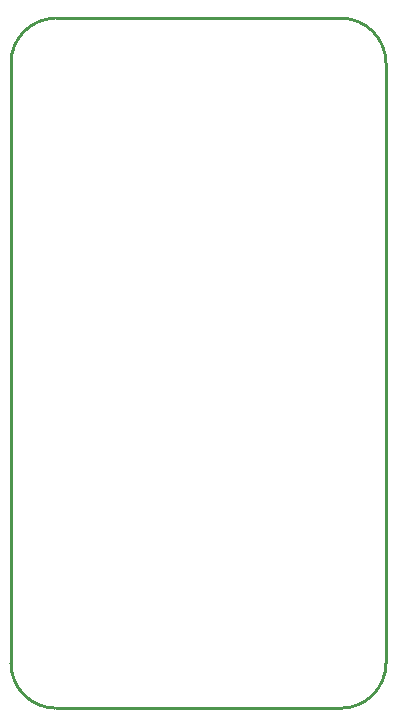
<source format=gko>
G04 #@! TF.FileFunction,Profile,NP*
%FSLAX46Y46*%
G04 Gerber Fmt 4.6, Leading zero omitted, Abs format (unit mm)*
G04 Created by KiCad (PCBNEW 4.0.6) date 11/20/19 08:45:12*
%MOMM*%
%LPD*%
G01*
G04 APERTURE LIST*
%ADD10C,0.100000*%
%ADD11C,0.254000*%
G04 APERTURE END LIST*
D10*
D11*
X148590000Y-59690000D02*
X149860000Y-59690000D01*
X148590000Y-118110000D02*
X149860000Y-118110000D01*
X143510000Y-59690000D02*
X148590000Y-59690000D01*
X143510000Y-118110000D02*
X148590000Y-118110000D01*
X153670000Y-114300000D02*
X153670000Y-63500000D01*
X143510000Y-59690000D02*
X125730000Y-59690000D01*
X121920000Y-66040000D02*
X121920000Y-63500000D01*
X121920000Y-114300000D02*
X121920000Y-113030000D01*
X125730000Y-118110000D02*
X143510000Y-118110000D01*
X149860000Y-118110000D02*
G75*
G03X153670000Y-114300000I0J3810000D01*
G01*
X121920000Y-114300000D02*
G75*
G03X125730000Y-118110000I3810000J0D01*
G01*
X153670000Y-63500000D02*
G75*
G03X149860000Y-59690000I-3810000J0D01*
G01*
X125730000Y-59690000D02*
G75*
G03X121920000Y-63500000I0J-3810000D01*
G01*
X121920000Y-113030000D02*
X121920000Y-66040000D01*
M02*

</source>
